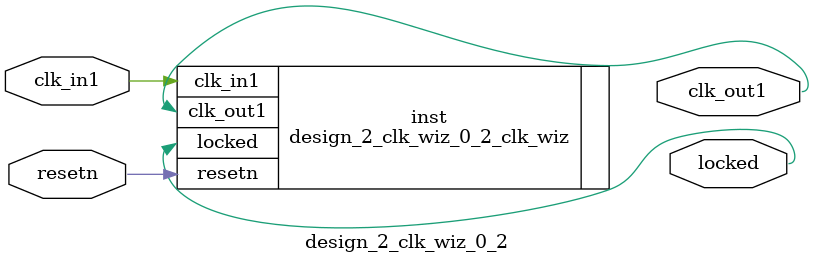
<source format=v>


`timescale 1ps/1ps

(* CORE_GENERATION_INFO = "design_2_clk_wiz_0_2,clk_wiz_v5_4_3_0,{component_name=design_2_clk_wiz_0_2,use_phase_alignment=true,use_min_o_jitter=false,use_max_i_jitter=false,use_dyn_phase_shift=false,use_inclk_switchover=false,use_dyn_reconfig=false,enable_axi=0,feedback_source=FDBK_AUTO,PRIMITIVE=MMCM,num_out_clk=1,clkin1_period=83.333,clkin2_period=10.0,use_power_down=false,use_reset=true,use_locked=true,use_inclk_stopped=false,feedback_type=SINGLE,CLOCK_MGR_TYPE=NA,manual_override=false}" *)

module design_2_clk_wiz_0_2 
 (
  // Clock out ports
  output        clk_out1,
  // Status and control signals
  input         resetn,
  output        locked,
 // Clock in ports
  input         clk_in1
 );

  design_2_clk_wiz_0_2_clk_wiz inst
  (
  // Clock out ports  
  .clk_out1(clk_out1),
  // Status and control signals               
  .resetn(resetn), 
  .locked(locked),
 // Clock in ports
  .clk_in1(clk_in1)
  );

endmodule

</source>
